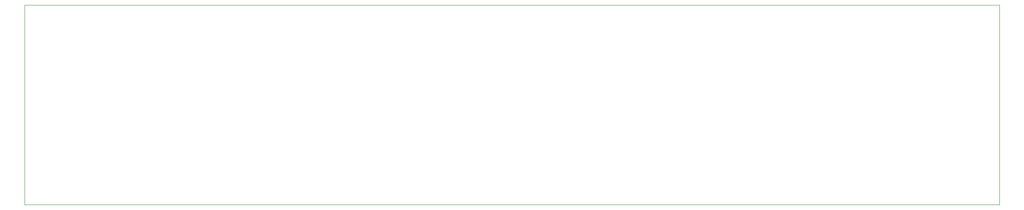
<source format=gbr>
%TF.GenerationSoftware,KiCad,Pcbnew,7.0.10*%
%TF.CreationDate,2025-09-05T15:35:02+01:00*%
%TF.ProjectId,solarCharger,736f6c61-7243-4686-9172-6765722e6b69,rev?*%
%TF.SameCoordinates,Original*%
%TF.FileFunction,Profile,NP*%
%FSLAX46Y46*%
G04 Gerber Fmt 4.6, Leading zero omitted, Abs format (unit mm)*
G04 Created by KiCad (PCBNEW 7.0.10) date 2025-09-05 15:35:02*
%MOMM*%
%LPD*%
G01*
G04 APERTURE LIST*
%TA.AperFunction,Profile*%
%ADD10C,0.100000*%
%TD*%
G04 APERTURE END LIST*
D10*
X43180000Y-86360000D02*
X241300000Y-86360000D01*
X241300000Y-127000000D01*
X43180000Y-127000000D01*
X43180000Y-86360000D01*
M02*

</source>
